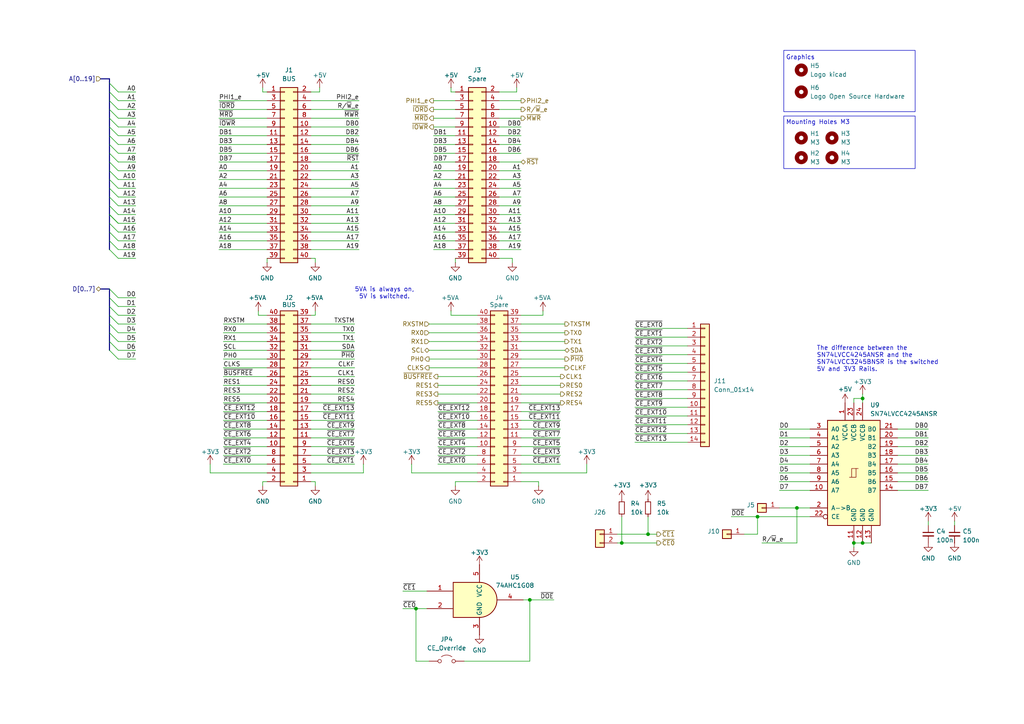
<source format=kicad_sch>
(kicad_sch (version 20231120) (generator "eeschema") (generator_version "8.0")
  (paper "A4")
  (title_block (title "Unicomp v3 - Bus") (date "2024-10-01") (rev "v1.0") (company "100% Offner") (comment 1 "v1.0: Initial"))
  (lib_symbols
    (symbol "+5V_1" (power) (pin_names (offset 0))
      (property "Value" "+5V_1" (at 0 3.556 0))
      (symbol "+5V_1_1_1"
        (pin power_in line (at 0 0 90) (length 0) hide (name "+5V") (number "1"))
      )
    )
    (symbol "74xGxx:74AHC1G08"
      (property "Reference" "U" (at -2.54 3.81 0))
      (property "Value" "74AHC1G08" (at 0 -3.81 0))
      (symbol "74AHC1G08_1_1"
        (pin input line (at -15.24 2.54 0) (length 7.62) (name "~") (number "1"))
        (pin input line (at -15.24 -2.54 0) (length 7.62) (name "~") (number "2"))
        (pin power_in line (at 0 -10.16 90) (length 5.08) (name "GND") (number "3"))
        (pin output line (at 12.7 0 180) (length 7.62) (name "~") (number "4"))
        (pin power_in line (at 0 10.16 270) (length 5.08) (name "VCC") (number "5"))
      )
    )
    (symbol "Connector_Generic:Conn_01x01" (pin_names (offset 1.016) hide)
      (property "Reference" "J" (at 0 2.54 0))
      (property "Value" "Conn_01x01" (at 0 -2.54 0))
      (symbol "Conn_01x01_1_1"
        (pin passive line (at -5.08 0 0) (length 3.81) (name "Pin_1") (number "1"))
      )
    )
    (symbol "Connector_Generic:Conn_01x02" (pin_names (offset 1.016) hide)
      (property "Reference" "J" (at 0 2.54 0))
      (property "Value" "Conn_01x02" (at 0 -5.08 0))
      (symbol "Conn_01x02_1_1"
        (pin passive line (at -5.08 0 0) (length 3.81) (name "Pin_1") (number "1"))
        (pin passive line (at -5.08 -2.54 0) (length 3.81) (name "Pin_2") (number "2"))
      )
    )
    (symbol "Connector_Generic:Conn_01x14" (pin_names (offset 1.016) hide)
      (property "Reference" "J" (at 0 17.78 0))
      (property "Value" "Conn_01x14" (at 0 -20.32 0))
      (symbol "Conn_01x14_1_1"
        (pin passive line (at -5.08 15.24 0) (length 3.81) (name "Pin_1") (number "1"))
        (pin passive line (at -5.08 -7.62 0) (length 3.81) (name "Pin_10") (number "10"))
        (pin passive line (at -5.08 -10.16 0) (length 3.81) (name "Pin_11") (number "11"))
        (pin passive line (at -5.08 -12.7 0) (length 3.81) (name "Pin_12") (number "12"))
        (pin passive line (at -5.08 -15.24 0) (length 3.81) (name "Pin_13") (number "13"))
        (pin passive line (at -5.08 -17.78 0) (length 3.81) (name "Pin_14") (number "14"))
        (pin passive line (at -5.08 12.7 0) (length 3.81) (name "Pin_2") (number "2"))
        (pin passive line (at -5.08 10.16 0) (length 3.81) (name "Pin_3") (number "3"))
        (pin passive line (at -5.08 7.62 0) (length 3.81) (name "Pin_4") (number "4"))
        (pin passive line (at -5.08 5.08 0) (length 3.81) (name "Pin_5") (number "5"))
        (pin passive line (at -5.08 2.54 0) (length 3.81) (name "Pin_6") (number "6"))
        (pin passive line (at -5.08 0 0) (length 3.81) (name "Pin_7") (number "7"))
        (pin passive line (at -5.08 -2.54 0) (length 3.81) (name "Pin_8") (number "8"))
        (pin passive line (at -5.08 -5.08 0) (length 3.81) (name "Pin_9") (number "9"))
      )
    )
    (symbol "Connector_Generic:Conn_02x20_Odd_Even" (pin_names (offset 1.016) hide)
      (property "Reference" "J" (at 1.27 25.4 0))
      (property "Value" "Conn_02x20_Odd_Even" (at 1.27 -27.94 0))
      (symbol "Conn_02x20_Odd_Even_1_1"
        (pin passive line (at -5.08 22.86 0) (length 3.81) (name "Pin_1") (number "1"))
        (pin passive line (at 7.62 12.7 180) (length 3.81) (name "Pin_10") (number "10"))
        (pin passive line (at -5.08 10.16 0) (length 3.81) (name "Pin_11") (number "11"))
        (pin passive line (at 7.62 10.16 180) (length 3.81) (name "Pin_12") (number "12"))
        (pin passive line (at -5.08 7.62 0) (length 3.81) (name "Pin_13") (number "13"))
        (pin passive line (at 7.62 7.62 180) (length 3.81) (name "Pin_14") (number "14"))
        (pin passive line (at -5.08 5.08 0) (length 3.81) (name "Pin_15") (number "15"))
        (pin passive line (at 7.62 5.08 180) (length 3.81) (name "Pin_16") (number "16"))
        (pin passive line (at -5.08 2.54 0) (length 3.81) (name "Pin_17") (number "17"))
        (pin passive line (at 7.62 2.54 180) (length 3.81) (name "Pin_18") (number "18"))
        (pin passive line (at -5.08 0 0) (length 3.81) (name "Pin_19") (number "19"))
        (pin passive line (at 7.62 22.86 180) (length 3.81) (name "Pin_2") (number "2"))
        (pin passive line (at 7.62 0 180) (length 3.81) (name "Pin_20") (number "20"))
        (pin passive line (at -5.08 -2.54 0) (length 3.81) (name "Pin_21") (number "21"))
        (pin passive line (at 7.62 -2.54 180) (length 3.81) (name "Pin_22") (number "22"))
        (pin passive line (at -5.08 -5.08 0) (length 3.81) (name "Pin_23") (number "23"))
        (pin passive line (at 7.62 -5.08 180) (length 3.81) (name "Pin_24") (number "24"))
        (pin passive line (at -5.08 -7.62 0) (length 3.81) (name "Pin_25") (number "25"))
        (pin passive line (at 7.62 -7.62 180) (length 3.81) (name "Pin_26") (number "26"))
        (pin passive line (at -5.08 -10.16 0) (length 3.81) (name "Pin_27") (number "27"))
        (pin passive line (at 7.62 -10.16 180) (length 3.81) (name "Pin_28") (number "28"))
        (pin passive line (at -5.08 -12.7 0) (length 3.81) (name "Pin_29") (number "29"))
        (pin passive line (at -5.08 20.32 0) (length 3.81) (name "Pin_3") (number "3"))
        (pin passive line (at 7.62 -12.7 180) (length 3.81) (name "Pin_30") (number "30"))
        (pin passive line (at -5.08 -15.24 0) (length 3.81) (name "Pin_31") (number "31"))
        (pin passive line (at 7.62 -15.24 180) (length 3.81) (name "Pin_32") (number "32"))
        (pin passive line (at -5.08 -17.78 0) (length 3.81) (name "Pin_33") (number "33"))
        (pin passive line (at 7.62 -17.78 180) (length 3.81) (name "Pin_34") (number "34"))
        (pin passive line (at -5.08 -20.32 0) (length 3.81) (name "Pin_35") (number "35"))
        (pin passive line (at 7.62 -20.32 180) (length 3.81) (name "Pin_36") (number "36"))
        (pin passive line (at -5.08 -22.86 0) (length 3.81) (name "Pin_37") (number "37"))
        (pin passive line (at 7.62 -22.86 180) (length 3.81) (name "Pin_38") (number "38"))
        (pin passive line (at -5.08 -25.4 0) (length 3.81) (name "Pin_39") (number "39"))
        (pin passive line (at 7.62 20.32 180) (length 3.81) (name "Pin_4") (number "4"))
        (pin passive line (at 7.62 -25.4 180) (length 3.81) (name "Pin_40") (number "40"))
        (pin passive line (at -5.08 17.78 0) (length 3.81) (name "Pin_5") (number "5"))
        (pin passive line (at 7.62 17.78 180) (length 3.81) (name "Pin_6") (number "6"))
        (pin passive line (at -5.08 15.24 0) (length 3.81) (name "Pin_7") (number "7"))
        (pin passive line (at 7.62 15.24 180) (length 3.81) (name "Pin_8") (number "8"))
        (pin passive line (at -5.08 12.7 0) (length 3.81) (name "Pin_9") (number "9"))
      )
    )
    (symbol "Device:C_Small" (pin_numbers hide) (pin_names (offset 0.254) hide)
      (property "Reference" "C" (at 0.254 1.778 0))
      (property "Value" "C_Small" (at 0.254 -2.032 0))
      (symbol "C_Small_1_1"
        (pin passive line (at 0 2.54 270) (length 2.032) (name "~") (number "1"))
        (pin passive line (at 0 -2.54 90) (length 2.032) (name "~") (number "2"))
      )
    )
    (symbol "Device:R_Small" (pin_numbers hide) (pin_names (offset 0.254) hide)
      (property "Reference" "R" (at 0.762 0.508 0))
      (property "Value" "R_Small" (at 0.762 -1.016 0))
      (symbol "R_Small_1_1"
        (pin passive line (at 0 2.54 270) (length 0.762) (name "~") (number "1"))
        (pin passive line (at 0 -2.54 90) (length 0.762) (name "~") (number "2"))
      )
    )
    (symbol "Jumper:Jumper_2_Open" (pin_numbers hide) (pin_names (offset 0) hide) (exclude_from_sim yes)
      (property "Reference" "JP" (at 0 2.794 0))
      (property "Value" "Jumper_2_Open" (at 0 -2.286 0))
      (symbol "Jumper_2_Open_1_1"
        (pin passive line (at -5.08 0 0) (length 2.54) (name "A") (number "1"))
        (pin passive line (at 5.08 0 180) (length 2.54) (name "B") (number "2"))
      )
    )
    (symbol "Mechanical:MountingHole" (pin_names (offset 1.016)) (exclude_from_sim yes) (in_bom no)
      (property "Reference" "H" (at 0 5.08 0))
      (property "Value" "MountingHole" (at 0 3.175 0))
    )
    (symbol "my_ics_new:74LVC4245" (pin_names (offset 1.016))
      (property "Reference" "U" (at -7.62 19.05 0))
      (property "Value" "74LVC4245" (at -10.16 16.51 0))
      (symbol "74LVC4245_1_0"
        (pin power_in line (at -2.54 20.32 270) (length 5.08) (name "VCCA") (number "1"))
        (pin tri_state line (at -12.7 -5.08 0) (length 5.08) (name "A7") (number "10"))
        (pin power_in line (at 0 -20.32 90) (length 5.08) (name "GND") (number "11"))
        (pin power_in line (at 2.54 -20.32 90) (length 5.08) (name "GND") (number "12"))
        (pin power_in line (at 5.08 -20.32 90) (length 5.08) (name "GND") (number "13"))
        (pin tri_state line (at 12.7 -5.08 180) (length 5.08) (name "B7") (number "14"))
        (pin tri_state line (at 12.7 -2.54 180) (length 5.08) (name "B6") (number "15"))
        (pin tri_state line (at 12.7 0 180) (length 5.08) (name "B5") (number "16"))
        (pin tri_state line (at 12.7 2.54 180) (length 5.08) (name "B4") (number "17"))
        (pin tri_state line (at 12.7 5.08 180) (length 5.08) (name "B3") (number "18"))
        (pin tri_state line (at 12.7 7.62 180) (length 5.08) (name "B2") (number "19"))
        (pin input line (at -12.7 -10.16 0) (length 5.08) (name "A->B") (number "2"))
        (pin tri_state line (at 12.7 10.16 180) (length 5.08) (name "B1") (number "20"))
        (pin tri_state line (at 12.7 12.7 180) (length 5.08) (name "B0") (number "21"))
        (pin input inverted (at -12.7 -12.7 0) (length 5.08) (name "CE") (number "22"))
        (pin power_in line (at 0 20.32 270) (length 5.08) (name "VCCB") (number "23"))
        (pin power_in line (at 2.54 20.32 270) (length 5.08) (name "VCCB") (number "24"))
        (pin tri_state line (at -12.7 12.7 0) (length 5.08) (name "A0") (number "3"))
        (pin tri_state line (at -12.7 10.16 0) (length 5.08) (name "A1") (number "4"))
        (pin tri_state line (at -12.7 7.62 0) (length 5.08) (name "A2") (number "5"))
        (pin tri_state line (at -12.7 5.08 0) (length 5.08) (name "A3") (number "6"))
        (pin tri_state line (at -12.7 2.54 0) (length 5.08) (name "A4") (number "7"))
        (pin tri_state line (at -12.7 0 0) (length 5.08) (name "A5") (number "8"))
        (pin tri_state line (at -12.7 -2.54 0) (length 5.08) (name "A6") (number "9"))
      )
    )
    (symbol "power:+3V3" (power) (pin_numbers hide) (pin_names (offset 0) hide)
      (property "Value" "+3V3" (at 0 3.556 0))
      (symbol "+3V3_1_1"
        (pin power_in line (at 0 0 90) (length 0) (name "~") (number "1"))
      )
    )
    (symbol "power:+5V" (power) (pin_numbers hide) (pin_names (offset 0) hide)
      (property "Value" "+5V" (at 0 3.556 0))
      (symbol "+5V_1_1"
        (pin power_in line (at 0 0 90) (length 0) (name "~") (number "1"))
      )
    )
    (symbol "power:+5VA" (power) (pin_numbers hide) (pin_names (offset 0) hide)
      (property "Value" "+5VA" (at 0 3.556 0))
      (symbol "+5VA_1_1"
        (pin power_in line (at 0 0 90) (length 0) (name "~") (number "1"))
      )
    )
    (symbol "power:GND" (power) (pin_numbers hide) (pin_names (offset 0) hide)
      (property "Value" "GND" (at 0 -3.81 0))
      (symbol "GND_1_1"
        (pin power_in line (at 0 0 270) (length 0) (name "~") (number "1"))
      )
    )
  )
  (junction (at 231.14 147.32))
  (junction (at 120.65 176.53))
  (junction (at 187.96 154.94))
  (junction (at 250.19 115.57))
  (junction (at 180.34 157.48))
  (junction (at 219.71 149.86))
  (junction (at 247.65 157.48))
  (junction (at 153.67 173.99))
  (junction (at 250.19 157.48))
  (bus_entry (at 31.75 57.15) (size 2.54 2.54))
  (bus_entry (at 31.75 49.53) (size 2.54 2.54))
  (bus_entry (at 31.75 34.29) (size 2.54 2.54))
  (bus_entry (at 31.75 62.23) (size 2.54 2.54))
  (bus_entry (at 31.75 72.39) (size 2.54 2.54))
  (bus_entry (at 31.75 91.44) (size 2.54 2.54))
  (bus_entry (at 31.75 83.82) (size 2.54 2.54))
  (bus_entry (at 31.75 99.06) (size 2.54 2.54))
  (bus_entry (at 31.75 36.83) (size 2.54 2.54))
  (bus_entry (at 31.75 24.13) (size 2.54 2.54))
  (bus_entry (at 31.75 67.31) (size 2.54 2.54))
  (bus_entry (at 31.75 54.61) (size 2.54 2.54))
  (bus_entry (at 31.75 44.45) (size 2.54 2.54))
  (bus_entry (at 31.75 86.36) (size 2.54 2.54))
  (bus_entry (at 31.75 41.91) (size 2.54 2.54))
  (bus_entry (at 31.75 46.99) (size 2.54 2.54))
  (bus_entry (at 31.75 39.37) (size 2.54 2.54))
  (bus_entry (at 31.75 31.75) (size 2.54 2.54))
  (bus_entry (at 31.75 29.21) (size 2.54 2.54))
  (bus_entry (at 31.75 96.52) (size 2.54 2.54))
  (bus_entry (at 31.75 26.67) (size 2.54 2.54))
  (bus_entry (at 31.75 88.9) (size 2.54 2.54))
  (bus_entry (at 31.75 52.07) (size 2.54 2.54))
  (bus_entry (at 31.75 62.23) (size 2.54 2.54))
  (bus_entry (at 31.75 69.85) (size 2.54 2.54))
  (bus_entry (at 31.75 59.69) (size 2.54 2.54))
  (bus_entry (at 31.75 93.98) (size 2.54 2.54))
  (bus_entry (at 31.75 64.77) (size 2.54 2.54))
  (bus_entry (at 31.75 101.6) (size 2.54 2.54))
  (wire (pts (xy 39.37 91.44) (xy 34.29 91.44)))
  (wire (pts (xy 125.73 41.91) (xy 132.08 41.91)))
  (bus (pts (xy 31.75 91.44) (xy 31.75 88.9)))
  (wire (pts (xy 260.35 127) (xy 269.24 127)))
  (bus (pts (xy 31.75 31.75) (xy 31.75 29.21)))
  (wire (pts (xy 91.44 74.93) (xy 90.17 74.93)))
  (wire (pts (xy 184.15 105.41) (xy 199.39 105.41)))
  (wire (pts (xy 151.13 116.84) (xy 162.56 116.84)))
  (wire (pts (xy 125.73 44.45) (xy 132.08 44.45)))
  (wire (pts (xy 63.5 29.21) (xy 77.47 29.21)))
  (wire (pts (xy 144.78 57.15) (xy 151.13 57.15)))
  (wire (pts (xy 91.44 90.17) (xy 91.44 91.44)))
  (wire (pts (xy 156.21 139.7) (xy 151.13 139.7)))
  (wire (pts (xy 39.37 104.14) (xy 34.29 104.14)))
  (wire (pts (xy 90.17 99.06) (xy 102.87 99.06)))
  (wire (pts (xy 170.18 134.62) (xy 170.18 137.16)))
  (wire (pts (xy 125.73 39.37) (xy 132.08 39.37)))
  (wire (pts (xy 63.5 64.77) (xy 77.47 64.77)))
  (wire (pts (xy 130.81 90.17) (xy 130.81 91.44)))
  (wire (pts (xy 64.77 134.62) (xy 77.47 134.62)))
  (wire (pts (xy 144.78 64.77) (xy 151.13 64.77)))
  (wire (pts (xy 260.35 142.24) (xy 269.24 142.24)))
  (wire (pts (xy 144.78 69.85) (xy 151.13 69.85)))
  (wire (pts (xy 190.5 157.48) (xy 180.34 157.48)))
  (wire (pts (xy 64.77 121.92) (xy 77.47 121.92)))
  (wire (pts (xy 151.13 129.54) (xy 162.56 129.54)))
  (wire (pts (xy 260.35 137.16) (xy 269.24 137.16)))
  (wire (pts (xy 127 111.76) (xy 138.43 111.76)))
  (wire (pts (xy 90.17 64.77) (xy 104.14 64.77)))
  (wire (pts (xy 180.34 149.86) (xy 180.34 157.48)))
  (wire (pts (xy 149.86 26.67) (xy 144.78 26.67)))
  (wire (pts (xy 39.37 69.85) (xy 34.29 69.85)))
  (wire (pts (xy 91.44 76.2) (xy 91.44 74.93)))
  (wire (pts (xy 151.13 99.06) (xy 163.83 99.06)))
  (wire (pts (xy 90.17 59.69) (xy 104.14 59.69)))
  (wire (pts (xy 127 127) (xy 138.43 127)))
  (wire (pts (xy 184.15 97.79) (xy 199.39 97.79)))
  (wire (pts (xy 130.81 91.44) (xy 138.43 91.44)))
  (wire (pts (xy 63.5 36.83) (xy 77.47 36.83)))
  (wire (pts (xy 63.5 39.37) (xy 77.47 39.37)))
  (wire (pts (xy 184.15 102.87) (xy 199.39 102.87)))
  (wire (pts (xy 90.17 116.84) (xy 102.87 116.84)))
  (wire (pts (xy 157.48 90.17) (xy 157.48 91.44)))
  (wire (pts (xy 125.73 69.85) (xy 132.08 69.85)))
  (wire (pts (xy 60.96 137.16) (xy 77.47 137.16)))
  (wire (pts (xy 231.14 147.32) (xy 234.95 147.32)))
  (wire (pts (xy 148.59 76.2) (xy 148.59 74.93)))
  (wire (pts (xy 260.35 129.54) (xy 269.24 129.54)))
  (wire (pts (xy 151.13 127) (xy 162.56 127)))
  (bus (pts (xy 31.75 99.06) (xy 31.75 96.52)))
  (wire (pts (xy 247.65 115.57) (xy 250.19 115.57)))
  (bus (pts (xy 31.75 88.9) (xy 31.75 86.36)))
  (wire (pts (xy 125.73 46.99) (xy 132.08 46.99)))
  (wire (pts (xy 76.2 25.4) (xy 76.2 26.67)))
  (wire (pts (xy 125.73 31.75) (xy 132.08 31.75)))
  (wire (pts (xy 134.62 191.77) (xy 153.67 191.77)))
  (wire (pts (xy 39.37 36.83) (xy 34.29 36.83)))
  (wire (pts (xy 39.37 57.15) (xy 34.29 57.15)))
  (wire (pts (xy 74.93 91.44) (xy 77.47 91.44)))
  (wire (pts (xy 226.06 137.16) (xy 234.95 137.16)))
  (bus (pts (xy 31.75 64.77) (xy 31.75 62.23)))
  (wire (pts (xy 39.37 62.23) (xy 34.29 62.23)))
  (wire (pts (xy 64.77 99.06) (xy 77.47 99.06)))
  (wire (pts (xy 149.86 25.4) (xy 149.86 26.67)))
  (wire (pts (xy 125.73 57.15) (xy 132.08 57.15)))
  (wire (pts (xy 39.37 52.07) (xy 34.29 52.07)))
  (wire (pts (xy 226.06 142.24) (xy 234.95 142.24)))
  (wire (pts (xy 90.17 36.83) (xy 104.14 36.83)))
  (wire (pts (xy 120.65 176.53) (xy 116.84 176.53)))
  (wire (pts (xy 219.71 154.94) (xy 219.71 149.86)))
  (wire (pts (xy 39.37 49.53) (xy 34.29 49.53)))
  (bus (pts (xy 31.75 44.45) (xy 31.75 41.91)))
  (wire (pts (xy 92.71 25.4) (xy 92.71 26.67)))
  (wire (pts (xy 90.17 31.75) (xy 104.14 31.75)))
  (wire (pts (xy 64.77 124.46) (xy 77.47 124.46)))
  (wire (pts (xy 276.86 151.13) (xy 276.86 152.4)))
  (bus (pts (xy 31.75 86.36) (xy 31.75 83.82)))
  (wire (pts (xy 64.77 106.68) (xy 77.47 106.68)))
  (wire (pts (xy 39.37 88.9) (xy 34.29 88.9)))
  (wire (pts (xy 64.77 101.6) (xy 77.47 101.6)))
  (wire (pts (xy 64.77 114.3) (xy 77.47 114.3)))
  (wire (pts (xy 226.06 129.54) (xy 234.95 129.54)))
  (bus (pts (xy 31.75 69.85) (xy 31.75 67.31)))
  (wire (pts (xy 39.37 46.99) (xy 34.29 46.99)))
  (wire (pts (xy 226.06 134.62) (xy 234.95 134.62)))
  (wire (pts (xy 125.73 59.69) (xy 132.08 59.69)))
  (wire (pts (xy 39.37 96.52) (xy 34.29 96.52)))
  (wire (pts (xy 64.77 129.54) (xy 77.47 129.54)))
  (wire (pts (xy 39.37 39.37) (xy 34.29 39.37)))
  (wire (pts (xy 125.73 36.83) (xy 132.08 36.83)))
  (wire (pts (xy 125.73 52.07) (xy 132.08 52.07)))
  (wire (pts (xy 39.37 34.29) (xy 34.29 34.29)))
  (wire (pts (xy 63.5 31.75) (xy 77.47 31.75)))
  (wire (pts (xy 127 116.84) (xy 138.43 116.84)))
  (wire (pts (xy 151.13 124.46) (xy 162.56 124.46)))
  (wire (pts (xy 184.15 123.19) (xy 199.39 123.19)))
  (wire (pts (xy 269.24 151.13) (xy 269.24 152.4)))
  (wire (pts (xy 130.81 26.67) (xy 132.08 26.67)))
  (wire (pts (xy 231.14 157.48) (xy 231.14 147.32)))
  (wire (pts (xy 151.13 101.6) (xy 163.83 101.6)))
  (wire (pts (xy 184.15 107.95) (xy 199.39 107.95)))
  (bus (pts (xy 31.75 39.37) (xy 31.75 36.83)))
  (wire (pts (xy 63.5 52.07) (xy 77.47 52.07)))
  (wire (pts (xy 90.17 134.62) (xy 102.87 134.62)))
  (bus (pts (xy 31.75 93.98) (xy 31.75 91.44)))
  (wire (pts (xy 39.37 44.45) (xy 34.29 44.45)))
  (wire (pts (xy 157.48 91.44) (xy 151.13 91.44)))
  (wire (pts (xy 127 114.3) (xy 138.43 114.3)))
  (wire (pts (xy 124.46 106.68) (xy 138.43 106.68)))
  (wire (pts (xy 77.47 76.2) (xy 77.47 74.93)))
  (wire (pts (xy 63.5 72.39) (xy 77.47 72.39)))
  (wire (pts (xy 151.13 109.22) (xy 162.56 109.22)))
  (wire (pts (xy 90.17 69.85) (xy 104.14 69.85)))
  (wire (pts (xy 184.15 100.33) (xy 199.39 100.33)))
  (wire (pts (xy 63.5 62.23) (xy 77.47 62.23)))
  (wire (pts (xy 226.06 127) (xy 234.95 127)))
  (wire (pts (xy 127 119.38) (xy 138.43 119.38)))
  (wire (pts (xy 63.5 59.69) (xy 77.47 59.69)))
  (wire (pts (xy 179.07 154.94) (xy 187.96 154.94)))
  (wire (pts (xy 250.19 114.3) (xy 250.19 115.57)))
  (wire (pts (xy 90.17 57.15) (xy 104.14 57.15)))
  (wire (pts (xy 91.44 91.44) (xy 90.17 91.44)))
  (wire (pts (xy 215.9 154.94) (xy 219.71 154.94)))
  (wire (pts (xy 125.73 62.23) (xy 132.08 62.23)))
  (bus (pts (xy 31.75 52.07) (xy 31.75 49.53)))
  (bus (pts (xy 31.75 54.61) (xy 31.75 52.07)))
  (wire (pts (xy 39.37 64.77) (xy 34.29 64.77)))
  (wire (pts (xy 184.15 95.25) (xy 199.39 95.25)))
  (wire (pts (xy 144.78 62.23) (xy 151.13 62.23)))
  (wire (pts (xy 125.73 34.29) (xy 132.08 34.29)))
  (bus (pts (xy 31.75 72.39) (xy 31.75 69.85)))
  (wire (pts (xy 144.78 67.31) (xy 151.13 67.31)))
  (wire (pts (xy 151.765 173.99) (xy 153.67 173.99)))
  (wire (pts (xy 151.13 132.08) (xy 162.56 132.08)))
  (wire (pts (xy 119.38 137.16) (xy 138.43 137.16)))
  (wire (pts (xy 151.13 96.52) (xy 163.83 96.52)))
  (wire (pts (xy 63.5 54.61) (xy 77.47 54.61)))
  (bus (pts (xy 31.75 49.53) (xy 31.75 46.99)))
  (wire (pts (xy 76.2 140.97) (xy 76.2 139.7)))
  (wire (pts (xy 156.21 140.97) (xy 156.21 139.7)))
  (wire (pts (xy 39.37 99.06) (xy 34.29 99.06)))
  (wire (pts (xy 91.44 140.97) (xy 91.44 139.7)))
  (bus (pts (xy 31.75 29.21) (xy 31.75 26.67)))
  (wire (pts (xy 125.73 67.31) (xy 132.08 67.31)))
  (wire (pts (xy 144.78 49.53) (xy 151.13 49.53)))
  (wire (pts (xy 120.65 191.77) (xy 120.65 176.53)))
  (wire (pts (xy 39.37 86.36) (xy 34.29 86.36)))
  (bus (pts (xy 31.75 83.82) (xy 29.21 83.82)))
  (wire (pts (xy 127 121.92) (xy 138.43 121.92)))
  (wire (pts (xy 127 129.54) (xy 138.43 129.54)))
  (wire (pts (xy 63.5 34.29) (xy 77.47 34.29)))
  (wire (pts (xy 144.78 34.29) (xy 151.13 34.29)))
  (wire (pts (xy 184.15 118.11) (xy 199.39 118.11)))
  (wire (pts (xy 63.5 46.99) (xy 77.47 46.99)))
  (wire (pts (xy 90.17 106.68) (xy 102.87 106.68)))
  (wire (pts (xy 144.78 29.21) (xy 151.13 29.21)))
  (wire (pts (xy 76.2 26.67) (xy 77.47 26.67)))
  (wire (pts (xy 90.17 114.3) (xy 102.87 114.3)))
  (wire (pts (xy 184.15 125.73) (xy 199.39 125.73)))
  (wire (pts (xy 132.08 76.2) (xy 132.08 74.93)))
  (wire (pts (xy 153.67 191.77) (xy 153.67 173.99)))
  (wire (pts (xy 125.73 72.39) (xy 132.08 72.39)))
  (wire (pts (xy 74.93 90.17) (xy 74.93 91.44)))
  (wire (pts (xy 64.77 109.22) (xy 77.47 109.22)))
  (wire (pts (xy 39.37 74.93) (xy 34.29 74.93)))
  (wire (pts (xy 260.35 139.7) (xy 269.24 139.7)))
  (wire (pts (xy 90.17 104.14) (xy 102.87 104.14)))
  (wire (pts (xy 184.15 128.27) (xy 199.39 128.27)))
  (wire (pts (xy 180.34 157.48) (xy 179.07 157.48)))
  (wire (pts (xy 90.17 44.45) (xy 104.14 44.45)))
  (wire (pts (xy 64.77 111.76) (xy 77.47 111.76)))
  (wire (pts (xy 144.78 54.61) (xy 151.13 54.61)))
  (wire (pts (xy 247.65 157.48) (xy 250.19 157.48)))
  (wire (pts (xy 153.67 173.99) (xy 160.655 173.99)))
  (wire (pts (xy 220.98 157.48) (xy 231.14 157.48)))
  (wire (pts (xy 124.46 101.6) (xy 138.43 101.6)))
  (bus (pts (xy 31.75 57.15) (xy 31.75 54.61)))
  (wire (pts (xy 151.13 93.98) (xy 163.83 93.98)))
  (wire (pts (xy 63.5 69.85) (xy 77.47 69.85)))
  (wire (pts (xy 64.77 93.98) (xy 77.47 93.98)))
  (wire (pts (xy 250.19 115.57) (xy 250.19 116.84)))
  (wire (pts (xy 39.37 31.75) (xy 34.29 31.75)))
  (wire (pts (xy 90.17 62.23) (xy 104.14 62.23)))
  (wire (pts (xy 124.46 96.52) (xy 138.43 96.52)))
  (wire (pts (xy 127 124.46) (xy 138.43 124.46)))
  (wire (pts (xy 90.17 49.53) (xy 104.14 49.53)))
  (bus (pts (xy 31.75 46.99) (xy 31.75 44.45)))
  (wire (pts (xy 64.77 96.52) (xy 77.47 96.52)))
  (wire (pts (xy 124.46 104.14) (xy 138.43 104.14)))
  (wire (pts (xy 90.17 127) (xy 102.87 127)))
  (wire (pts (xy 92.71 26.67) (xy 90.17 26.67)))
  (wire (pts (xy 76.2 139.7) (xy 77.47 139.7)))
  (wire (pts (xy 124.46 99.06) (xy 138.43 99.06)))
  (wire (pts (xy 247.65 158.75) (xy 247.65 157.48)))
  (wire (pts (xy 144.78 44.45) (xy 151.13 44.45)))
  (wire (pts (xy 260.35 134.62) (xy 269.24 134.62)))
  (wire (pts (xy 144.78 59.69) (xy 151.13 59.69)))
  (wire (pts (xy 125.73 54.61) (xy 132.08 54.61)))
  (wire (pts (xy 260.35 124.46) (xy 269.24 124.46)))
  (wire (pts (xy 63.5 67.31) (xy 77.47 67.31)))
  (wire (pts (xy 184.15 113.03) (xy 199.39 113.03)))
  (wire (pts (xy 127 132.08) (xy 138.43 132.08)))
  (wire (pts (xy 90.17 119.38) (xy 102.87 119.38)))
  (wire (pts (xy 63.5 41.91) (xy 77.47 41.91)))
  (wire (pts (xy 187.96 154.94) (xy 190.5 154.94)))
  (wire (pts (xy 39.37 59.69) (xy 34.29 59.69)))
  (wire (pts (xy 63.5 44.45) (xy 77.47 44.45)))
  (wire (pts (xy 60.96 134.62) (xy 60.96 137.16)))
  (wire (pts (xy 151.13 119.38) (xy 162.56 119.38)))
  (wire (pts (xy 64.77 116.84) (xy 77.47 116.84)))
  (wire (pts (xy 90.17 129.54) (xy 102.87 129.54)))
  (wire (pts (xy 127 134.62) (xy 138.43 134.62)))
  (wire (pts (xy 123.825 176.53) (xy 120.65 176.53)))
  (wire (pts (xy 39.37 93.98) (xy 34.29 93.98)))
  (wire (pts (xy 64.77 127) (xy 77.47 127)))
  (wire (pts (xy 226.06 147.32) (xy 231.14 147.32)))
  (wire (pts (xy 39.37 101.6) (xy 34.29 101.6)))
  (wire (pts (xy 64.77 119.38) (xy 77.47 119.38)))
  (wire (pts (xy 144.78 31.75) (xy 151.13 31.75)))
  (bus (pts (xy 31.75 36.83) (xy 31.75 34.29)))
  (wire (pts (xy 151.13 111.76) (xy 162.56 111.76)))
  (wire (pts (xy 90.17 41.91) (xy 104.14 41.91)))
  (wire (pts (xy 151.13 137.16) (xy 170.18 137.16)))
  (wire (pts (xy 63.5 57.15) (xy 77.47 57.15)))
  (wire (pts (xy 148.59 74.93) (xy 144.78 74.93)))
  (wire (pts (xy 90.17 39.37) (xy 104.14 39.37)))
  (wire (pts (xy 119.38 134.62) (xy 119.38 137.16)))
  (wire (pts (xy 260.35 132.08) (xy 269.24 132.08)))
  (wire (pts (xy 90.17 34.29) (xy 104.14 34.29)))
  (wire (pts (xy 39.37 41.91) (xy 34.29 41.91)))
  (wire (pts (xy 132.08 139.7) (xy 138.43 139.7)))
  (wire (pts (xy 125.73 64.77) (xy 132.08 64.77)))
  (wire (pts (xy 39.37 29.21) (xy 34.29 29.21)))
  (wire (pts (xy 90.17 93.98) (xy 102.87 93.98)))
  (wire (pts (xy 226.06 132.08) (xy 234.95 132.08)))
  (wire (pts (xy 123.825 171.45) (xy 116.84 171.45)))
  (wire (pts (xy 144.78 41.91) (xy 151.13 41.91)))
  (wire (pts (xy 144.78 46.99) (xy 151.13 46.99)))
  (wire (pts (xy 250.19 157.48) (xy 252.73 157.48)))
  (bus (pts (xy 31.75 59.69) (xy 31.75 57.15)))
  (wire (pts (xy 90.17 101.6) (xy 102.87 101.6)))
  (wire (pts (xy 90.17 124.46) (xy 102.87 124.46)))
  (bus (pts (xy 31.75 41.91) (xy 31.75 39.37)))
  (wire (pts (xy 90.17 109.22) (xy 102.87 109.22)))
  (wire (pts (xy 151.13 104.14) (xy 163.83 104.14)))
  (wire (pts (xy 125.73 29.21) (xy 132.08 29.21)))
  (wire (pts (xy 184.15 110.49) (xy 199.39 110.49)))
  (bus (pts (xy 31.75 26.67) (xy 31.75 24.13)))
  (wire (pts (xy 184.15 120.65) (xy 199.39 120.65)))
  (wire (pts (xy 64.77 132.08) (xy 77.47 132.08)))
  (wire (pts (xy 226.06 124.46) (xy 234.95 124.46)))
  (bus (pts (xy 31.75 62.23) (xy 31.75 59.69)))
  (wire (pts (xy 39.37 72.39) (xy 34.29 72.39)))
  (wire (pts (xy 90.17 111.76) (xy 102.87 111.76)))
  (wire (pts (xy 39.37 67.31) (xy 34.29 67.31)))
  (bus (pts (xy 31.75 24.13) (xy 31.75 22.86)))
  (wire (pts (xy 130.81 25.4) (xy 130.81 26.67)))
  (wire (pts (xy 90.17 121.92) (xy 102.87 121.92)))
  (wire (pts (xy 90.17 137.16) (xy 105.41 137.16)))
  (bus (pts (xy 31.75 96.52) (xy 31.75 93.98)))
  (wire (pts (xy 90.17 67.31) (xy 104.14 67.31)))
  (wire (pts (xy 63.5 49.53) (xy 77.47 49.53)))
  (wire (pts (xy 90.17 29.21) (xy 104.14 29.21)))
  (wire (pts (xy 219.71 149.86) (xy 234.95 149.86)))
  (wire (pts (xy 226.06 139.7) (xy 234.95 139.7)))
  (wire (pts (xy 90.17 52.07) (xy 104.14 52.07)))
  (wire (pts (xy 90.17 54.61) (xy 104.14 54.61)))
  (wire (pts (xy 125.73 49.53) (xy 132.08 49.53)))
  (wire (pts (xy 39.37 26.67) (xy 34.29 26.67)))
  (wire (pts (xy 144.78 72.39) (xy 151.13 72.39)))
  (bus (pts (xy 31.75 101.6) (xy 31.75 99.06)))
  (wire (pts (xy 90.17 72.39) (xy 104.14 72.39)))
  (wire (pts (xy 151.13 121.92) (xy 162.56 121.92)))
  (wire (pts (xy 151.13 134.62) (xy 162.56 134.62)))
  (wire (pts (xy 151.13 114.3) (xy 162.56 114.3)))
  (wire (pts (xy 212.09 149.86) (xy 219.71 149.86)))
  (bus (pts (xy 31.75 67.31) (xy 31.75 64.77)))
  (wire (pts (xy 124.46 191.77) (xy 120.65 191.77)))
  (wire (pts (xy 144.78 39.37) (xy 151.13 39.37)))
  (wire (pts (xy 187.96 149.86) (xy 187.96 154.94)))
  (wire (pts (xy 144.78 52.07) (xy 151.13 52.07)))
  (wire (pts (xy 90.17 132.08) (xy 102.87 132.08)))
  (wire (pts (xy 127 109.22) (xy 138.43 109.22)))
  (wire (pts (xy 105.41 134.62) (xy 105.41 137.16)))
  (wire (pts (xy 91.44 139.7) (xy 90.17 139.7)))
  (wire (pts (xy 184.15 115.57) (xy 199.39 115.57)))
  (wire (pts (xy 151.13 106.68) (xy 163.83 106.68)))
  (wire (pts (xy 90.17 46.99) (xy 104.14 46.99)))
  (bus (pts (xy 31.75 22.86) (xy 29.21 22.86)))
  (wire (pts (xy 144.78 36.83) (xy 151.13 36.83)))
  (wire (pts (xy 132.08 140.97) (xy 132.08 139.7)))
  (wire (pts (xy 247.65 116.84) (xy 247.65 115.57)))
  (wire (pts (xy 90.17 96.52) (xy 102.87 96.52)))
  (wire (pts (xy 39.37 54.61) (xy 34.29 54.61)))
  (wire (pts (xy 124.46 93.98) (xy 138.43 93.98)))
  (bus (pts (xy 31.75 34.29) (xy 31.75 31.75)))
  (wire (pts (xy 64.77 104.14) (xy 77.47 104.14)))
  (rectangle (start 227.33 33.655) (end 265.43 48.895))
  (rectangle (start 227.33 14.605) (end 265.43 32.385))
  (text "Graphics" (at 232.156 16.764 0) (effects (font (size 1.27 1.27))))
  (text "5VA is always on,\n5V is switched." (at 111.506 85.09 0) (effects (font (size 1.27 1.27))))
  (text "Mounting Holes M3" (at 237.236 35.56 0) (effects (font (size 1.27 1.27))))
  (text "The difference between the \nSN74LVCC4245ANSR and the\nSN74LVCC3245BNSR is the switched\n5V and 3V3 Rails." (at 236.855 107.95 0) (effects (font (size 1.27 1.27)) (justify left bottom)))
  (label "DB7" (at 63.5 46.99 0))
  (label "~{CE_EXT8}" (at 64.77 124.46 0))
  (label "~{CE_EXT1}" (at 102.87 134.62 180))
  (label "~{CE_EXT7}" (at 184.15 113.03 0))
  (label "A19" (at 151.13 72.39 180))
  (label "~{CE_EXT13}" (at 184.15 128.27 0))
  (label "~{CE_EXT6}" (at 64.77 127 0))
  (label "A15" (at 151.13 67.31 180))
  (label "A0" (at 39.37 26.67 180))
  (label "RX1" (at 64.77 99.06 0))
  (label "A17" (at 39.37 69.85 180))
  (label "A17" (at 104.14 69.85 180))
  (label "A0" (at 63.5 49.53 0))
  (label "~{CE_EXT5}" (at 162.56 129.54 180))
  (label "DB7" (at 269.24 142.24 180))
  (label "~{CE_EXT1}" (at 162.56 134.62 180))
  (label "D5" (at 226.06 137.16 0))
  (label "A6" (at 63.5 57.15 0))
  (label "DB3" (at 269.24 132.08 180))
  (label "D6" (at 226.06 139.7 0))
  (label "A18" (at 63.5 72.39 0))
  (label "~{CE0}" (at 116.84 176.53 0))
  (label "A7" (at 151.13 57.15 180))
  (label "A17" (at 151.13 69.85 180))
  (label "DB7" (at 125.73 46.99 0))
  (label "RES5" (at 64.77 116.84 0))
  (label "~{CE_EXT8}" (at 127 124.46 0))
  (label "A11" (at 151.13 62.23 180))
  (label "DB6" (at 151.13 44.45 180))
  (label "~{CE_EXT13}" (at 102.87 119.38 180))
  (label "D2" (at 39.37 91.44 180))
  (label "D2" (at 226.06 129.54 0))
  (label "D7" (at 39.37 104.14 180))
  (label "A13" (at 104.14 64.77 180))
  (label "A0" (at 125.73 49.53 0))
  (label "A16" (at 63.5 69.85 0))
  (label "A5" (at 39.37 39.37 180))
  (label "A15" (at 39.37 64.77 180))
  (label "A9" (at 39.37 49.53 180))
  (label "~{CE_EXT4}" (at 64.77 129.54 0))
  (label "DB2" (at 269.24 129.54 180))
  (label "A4" (at 125.73 54.61 0))
  (label "~{CE_EXT11}" (at 184.15 123.19 0))
  (label "~{CE_EXT13}" (at 162.56 119.38 180))
  (label "A5" (at 104.14 54.61 180))
  (label "A12" (at 63.5 64.77 0))
  (label "DB2" (at 104.14 39.37 180))
  (label "A8" (at 63.5 59.69 0))
  (label "CLK1" (at 102.87 109.22 180))
  (label "~{DOE}" (at 212.09 149.86 0))
  (label "~{CE_EXT5}" (at 102.87 129.54 180))
  (label "~{DOE}" (at 160.655 173.99 180))
  (label "SDA" (at 102.87 101.6 180))
  (label "D5" (at 39.37 99.06 180))
  (label "A11" (at 39.37 54.61 180))
  (label "CLKF" (at 102.87 106.68 180))
  (label "A2" (at 63.5 52.07 0))
  (label "~{CE_EXT3}" (at 184.15 102.87 0))
  (label "~{CE_EXT6}" (at 127 127 0))
  (label "~{CE_EXT6}" (at 184.15 110.49 0))
  (label "A5" (at 151.13 54.61 180))
  (label "DB5" (at 269.24 137.16 180))
  (label "A11" (at 104.14 62.23 180))
  (label "~{CE_EXT0}" (at 127 134.62 0))
  (label "A7" (at 104.14 57.15 180))
  (label "A10" (at 39.37 52.07 180))
  (label "D7" (at 226.06 142.24 0))
  (label "A16" (at 125.73 69.85 0))
  (label "D3" (at 226.06 132.08 0))
  (label "D1" (at 226.06 127 0))
  (label "A9" (at 151.13 59.69 180))
  (label "~{CE_EXT12}" (at 127 119.38 0))
  (label "~{CE_EXT0}" (at 64.77 134.62 0))
  (label "~{IORD}" (at 63.5 31.75 0))
  (label "A3" (at 151.13 52.07 180))
  (label "D0" (at 226.06 124.46 0))
  (label "A2" (at 125.73 52.07 0))
  (label "~{CE_EXT7}" (at 102.87 127 180))
  (label "DB0" (at 269.24 124.46 180))
  (label "RES4" (at 102.87 116.84 180))
  (label "~{CE_EXT0}" (at 184.15 95.25 0))
  (label "D0" (at 39.37 86.36 180))
  (label "~{CE_EXT3}" (at 102.87 132.08 180))
  (label "A7" (at 39.37 44.45 180))
  (label "~{CE_EXT9}" (at 184.15 118.11 0))
  (label "A15" (at 104.14 67.31 180))
  (label "PH0" (at 64.77 104.14 0))
  (label "TX0" (at 102.87 96.52 180))
  (label "D4" (at 226.06 134.62 0))
  (label "~{CE_EXT8}" (at 184.15 115.57 0))
  (label "~{MWR}" (at 104.14 34.29 180))
  (label "A19" (at 104.14 72.39 180))
  (label "DB3" (at 63.5 41.91 0))
  (label "DB4" (at 269.24 134.62 180))
  (label "RES1" (at 64.77 111.76 0))
  (label "DB4" (at 151.13 41.91 180))
  (label "DB1" (at 269.24 127 180))
  (label "R{slash}~{W}_e" (at 220.98 157.48 0))
  (label "A3" (at 39.37 34.29 180))
  (label "DB6" (at 269.24 139.7 180))
  (label "DB0" (at 151.13 36.83 180))
  (label "A14" (at 63.5 67.31 0))
  (label "A10" (at 125.73 62.23 0))
  (label "~{RST}" (at 104.14 46.99 180))
  (label "DB1" (at 125.73 39.37 0))
  (label "~{CE1}" (at 116.84 171.45 0))
  (label "DB4" (at 104.14 41.91 180))
  (label "A12" (at 39.37 57.15 180))
  (label "~{CE_EXT2}" (at 127 132.08 0))
  (label "D1" (at 39.37 88.9 180))
  (label "~{CE_EXT5}" (at 184.15 107.95 0))
  (label "~{BUSFREE}" (at 64.77 109.22 0))
  (label "DB5" (at 125.73 44.45 0))
  (label "A8" (at 125.73 59.69 0))
  (label "D3" (at 39.37 93.98 180))
  (label "~{IOWR}" (at 63.5 36.83 0))
  (label "A4" (at 39.37 36.83 180))
  (label "~{CE_EXT9}" (at 162.56 124.46 180))
  (label "A10" (at 63.5 62.23 0))
  (label "A14" (at 39.37 62.23 180))
  (label "~{CE_EXT10}" (at 127 121.92 0))
  (label "DB6" (at 104.14 44.45 180))
  (label "~{CE_EXT10}" (at 184.15 120.65 0))
  (label "A2" (at 39.37 31.75 180))
  (label "DB5" (at 63.5 44.45 0))
  (label "R{slash}~{W}_e" (at 104.14 31.75 180))
  (label "DB2" (at 151.13 39.37 180))
  (label "CLKS" (at 64.77 106.68 0))
  (label "PHI2_e" (at 104.14 29.21 180))
  (label "DB1" (at 63.5 39.37 0))
  (label "A6" (at 125.73 57.15 0))
  (label "A13" (at 39.37 59.69 180))
  (label "A14" (at 125.73 67.31 0))
  (label "RES2" (at 102.87 114.3 180))
  (label "A18" (at 39.37 72.39 180))
  (label "A13" (at 151.13 64.77 180))
  (label "~{CE_EXT7}" (at 162.56 127 180))
  (label "~{CE_EXT2}" (at 184.15 100.33 0))
  (label "~{CE_EXT10}" (at 64.77 121.92 0))
  (label "~{CE_EXT11}" (at 162.56 121.92 180))
  (label "A1" (at 104.14 49.53 180))
  (label "~{CE_EXT11}" (at 102.87 121.92 180))
  (label "TXSTM" (at 102.87 93.98 180))
  (label "A12" (at 125.73 64.77 0))
  (label "~{CE_EXT2}" (at 64.77 132.08 0))
  (label "A3" (at 104.14 52.07 180))
  (label "~{CE_EXT12}" (at 64.77 119.38 0))
  (label "~{CE_EXT1}" (at 184.15 97.79 0))
  (label "A4" (at 63.5 54.61 0))
  (label "DB3" (at 125.73 41.91 0))
  (label "~{CE_EXT3}" (at 162.56 132.08 180))
  (label "D6" (at 39.37 101.6 180))
  (label "D4" (at 39.37 96.52 180))
  (label "TX1" (at 102.87 99.06 180))
  (label "~{CE_EXT12}" (at 184.15 125.73 0))
  (label "SCL" (at 64.77 101.6 0))
  (label "A9" (at 104.14 59.69 180))
  (label "A6" (at 39.37 41.91 180))
  (label "A18" (at 125.73 72.39 0))
  (label "RXSTM" (at 64.77 93.98 0))
  (label "~{PH0}" (at 102.87 104.14 180))
  (label "DB0" (at 104.14 36.83 180))
  (label "RX0" (at 64.77 96.52 0))
  (label "~{MRD}" (at 63.5 34.29 0))
  (label "RES3" (at 64.77 114.3 0))
  (label "A19" (at 39.37 74.93 180))
  (label "PHI1_e" (at 63.5 29.21 0))
  (label "RES0" (at 102.87 111.76 180))
  (label "~{CE_EXT4}" (at 184.15 105.41 0))
  (label "A16" (at 39.37 67.31 180))
  (label "A8" (at 39.37 46.99 180))
  (label "A1" (at 39.37 29.21 180))
  (label "~{CE_EXT4}" (at 127 129.54 0))
  (label "A1" (at 151.13 49.53 180))
  (label "~{CE_EXT9}" (at 102.87 124.46 180))
  (hierarchical_label "RES1" (shape output) (at 127 111.76 180))
  (hierarchical_label "RES5" (shape output) (at 127 116.84 180))
  (hierarchical_label "CLKF" (shape output) (at 163.83 106.68 0))
  (hierarchical_label "D[0..7]" (shape bidirectional) (at 29.21 83.82 180))
  (hierarchical_label "~{IOWR}" (shape output) (at 125.73 36.83 180))
  (hierarchical_label "~{CE0}" (shape output) (at 190.5 157.48 0))
  (hierarchical_label "A[0..19]" (shape input) (at 29.21 22.86 180))
  (hierarchical_label "CLK1" (shape output) (at 162.56 109.22 0))
  (hierarchical_label "RX1" (shape input) (at 124.46 99.06 180))
  (hierarchical_label "~{RST}" (shape tri_state) (at 151.13 46.99 0))
  (hierarchical_label "TX0" (shape output) (at 163.83 96.52 0))
  (hierarchical_label "RES0" (shape output) (at 162.56 111.76 0))
  (hierarchical_label "SCL" (shape bidirectional) (at 124.46 101.6 180))
  (hierarchical_label "PHI1_e" (shape output) (at 125.73 29.21 180))
  (hierarchical_label "PH0" (shape output) (at 124.46 104.14 180))
  (hierarchical_label "~{IORD}" (shape output) (at 125.73 31.75 180))
  (hierarchical_label "SDA" (shape bidirectional) (at 163.83 101.6 0))
  (hierarchical_label "~{MRD}" (shape output) (at 125.73 34.29 180))
  (hierarchical_label "~{PH0}" (shape output) (at 163.83 104.14 0))
  (hierarchical_label "RES2" (shape output) (at 162.56 114.3 0))
  (hierarchical_label "~{MWR}" (shape output) (at 151.13 34.29 0))
  (hierarchical_label "CLKS" (shape output) (at 124.46 106.68 180))
  (hierarchical_label "TXSTM" (shape output) (at 163.83 93.98 0))
  (hierarchical_label "~{BUSFREE}" (shape output) (at 127 109.22 180))
  (hierarchical_label "RES4" (shape output) (at 162.56 116.84 0))
  (hierarchical_label "R{slash}~{W}_e" (shape output) (at 151.13 31.75 0))
  (hierarchical_label "RES3" (shape output) (at 127 114.3 180))
  (hierarchical_label "TX1" (shape output) (at 163.83 99.06 0))
  (hierarchical_label "RXSTM" (shape input) (at 124.46 93.98 180))
  (hierarchical_label "RX0" (shape input) (at 124.46 96.52 180))
  (hierarchical_label "~{CE1}" (shape output) (at 190.5 154.94 0))
  (hierarchical_label "PHI2_e" (shape output) (at 151.13 29.21 0))
  (symbol (lib_id "power:+3V3") (at 180.34 144.78 0) (unit 1)
    (property "Reference" "#PWR031" (effects (hide yes)))
    (property "Value" "+3V3" (at 180.34 140.716 0))
    (property "Description" "Power symbol creates a global label with name \"+3V3\"" (effects (hide yes)))
  )
  (symbol (lib_id "power:GND") (at 269.24 157.48 0) (unit 1)
    (property "Reference" "#PWR07" (effects (hide yes)))
    (property "Value" "GND" (at 269.24 161.9234 0))
  )
  (symbol (lib_id "power:+5V") (at 276.86 151.13 0) (unit 1)
    (property "Reference" "#PWR010" (effects (hide yes)))
    (property "Value" "+5V" (at 276.86 147.5542 0))
    (property "Description" "Power symbol creates a global label with name \"+5V\"" (effects (hide yes)))
  )
  (symbol (lib_id "Mechanical:MountingHole") (at 232.41 40.005 0) (unit 1)
    (property "Reference" "H1" (at 234.95 38.7349 0) (effects (justify left)))
    (property "Value" "M3" (at 234.95 41.2749 0) (effects (justify left)))
    (property "Footprint" "MountingHole:MountingHole_3.2mm_M3" (effects (hide yes)))
    (property "Description" "Mounting Hole without connection" (effects (hide yes)))
  )
  (symbol (lib_id "Mechanical:MountingHole") (at 241.3 40.005 0) (unit 1)
    (property "Reference" "H3" (at 243.84 38.7349 0) (effects (justify left)))
    (property "Value" "M3" (at 243.84 41.2749 0) (effects (justify left)))
    (property "Footprint" "MountingHole:MountingHole_3.2mm_M3" (effects (hide yes)))
    (property "Description" "Mounting Hole without connection" (effects (hide yes)))
  )
  (symbol (lib_id "Connector_Generic:Conn_02x20_Odd_Even") (at 146.05 116.84 180) (unit 1)
    (property "Reference" "J4" (at 144.78 86.344 0))
    (property "Value" "Spare" (at 144.78 88.392 0))
    (property "Footprint" "Connector_PinSocket_2.54mm:PinSocket_2x20_P2.54mm_Vertical" (effects (hide yes)))
    (property "Description" "Generic connector, double row, 02x20, odd/even pin numbering scheme (row 1 odd numbers, row 2 even numbers), script generated (kicad-library-utils/schlib/autogen/connector/)" (effects (hide yes)))
  )
  (symbol (lib_id "power:+5VA") (at 130.81 90.17 0) (unit 1)
    (property "Reference" "#PWR097" (effects (hide yes)))
    (property "Value" "+5VA" (at 130.556 86.36 0))
    (property "Description" "Power symbol creates a global label with name \"+5VA\"" (effects (hide yes)))
  )
  (symbol (lib_id "power:GND") (at 276.86 157.48 0) (unit 1)
    (property "Reference" "#PWR011" (effects (hide yes)))
    (property "Value" "GND" (at 276.86 161.9234 0))
    (property "Description" "Power symbol creates a global label with name \"GND\" , ground" (effects (hide yes)))
  )
  (symbol (lib_id "power:GND") (at 91.44 140.97 0) (unit 1)
    (property "Reference" "#PWR092" (effects (hide yes)))
    (property "Value" "GND" (at 91.44 145.4134 0))
    (property "Description" "Power symbol creates a global label with name \"GND\" , ground" (effects (hide yes)))
  )
  (symbol (lib_id "power:GND") (at 247.65 158.75 0) (unit 1)
    (property "Reference" "#PWR04" (effects (hide yes)))
    (property "Value" "GND" (at 247.65 163.1934 0))
  )
  (symbol (lib_id "Device:R_Small") (at 187.96 147.32 0) (unit 1)
    (property "Reference" "R5" (at 190.5 146.0499 0) (effects (justify left)))
    (property "Value" "10k" (at 190.5 148.5899 0) (effects (justify left)))
    (property "Footprint" "Resistor_SMD:R_1206_3216Metric_Pad1.30x1.75mm_HandSolder" (effects (hide yes)))
  )
  (symbol (lib_id "power:GND") (at 77.47 76.2 0) (unit 1)
    (property "Reference" "#PWR089" (effects (hide yes)))
    (property "Value" "GND" (at 77.47 80.6434 0))
    (property "Description" "Power symbol creates a global label with name \"GND\" , ground" (effects (hide yes)))
  )
  (symbol (lib_id "power:+5V") (at 76.2 25.4 0) (unit 1)
    (property "Reference" "#PWR087" (effects (hide yes)))
    (property "Value" "+5V" (at 76.2 21.8242 0))
    (property "Description" "Power symbol creates a global label with name \"+5V\"" (effects (hide yes)))
  )
  (symbol (lib_id "power:+3V3") (at 170.18 134.62 0) (unit 1)
    (property "Reference" "#PWR0104" (effects (hide yes)))
    (property "Value" "+3V3" (at 170.18 131.0442 0))
    (property "Description" "Power symbol creates a global label with name \"+3V3\"" (effects (hide yes)))
  )
  (symbol (lib_id "power:+3V3") (at 119.38 134.62 0) (unit 1)
    (property "Reference" "#PWR095" (effects (hide yes)))
    (property "Value" "+3V3" (at 119.38 131.0442 0))
    (property "Description" "Power symbol creates a global label with name \"+3V3\"" (effects (hide yes)))
  )
  (symbol (lib_id "power:+3V3") (at 105.41 134.62 0) (unit 1)
    (property "Reference" "#PWR094" (effects (hide yes)))
    (property "Value" "+3V3" (at 105.41 131.0442 0))
    (property "Description" "Power symbol creates a global label with name \"+3V3\"" (effects (hide yes)))
  )
  (symbol (lib_id "Mechanical:MountingHole") (at 241.3 45.72 0) (unit 1)
    (property "Reference" "H4" (at 243.84 44.4499 0) (effects (justify left)))
    (property "Value" "M3" (at 243.84 46.9899 0) (effects (justify left)))
    (property "Footprint" "MountingHole:MountingHole_3.2mm_M3" (effects (hide yes)))
    (property "Description" "Mounting Hole without connection" (effects (hide yes)))
  )
  (symbol (lib_id "Connector_Generic:Conn_01x01") (at 220.98 147.32 0) (mirror y) (unit 1)
    (property "Reference" "J5" (at 218.948 146.4853 0) (effects (justify left)))
    (property "Value" "Conn_01x01" (effects (hide yes)))
    (property "Footprint" "Connector_PinHeader_2.00mm:PinHeader_1x01_P2.00mm_Vertical" (effects (hide yes)))
  )
  (symbol (lib_id "power:GND") (at 91.44 76.2 0) (unit 1)
    (property "Reference" "#PWR090" (effects (hide yes)))
    (property "Value" "GND" (at 91.44 80.6434 0))
    (property "Description" "Power symbol creates a global label with name \"GND\" , ground" (effects (hide yes)))
  )
  (symbol (lib_id "Jumper:Jumper_2_Open") (at 129.54 191.77 0) (unit 1) (exclude_from_sim yes)
    (property "Reference" "JP4" (at 129.54 185.42 0))
    (property "Value" "CE_Override" (at 129.54 187.96 0))
    (property "Footprint" "Jumper:SolderJumper-2_P1.3mm_Open_RoundedPad1.0x1.5mm" (effects (hide yes)))
    (property "Description" "Jumper, 2-pole, open" (effects (hide yes)))
  )
  (symbol (lib_id "74xGxx:74AHC1G08") (at 139.065 173.99 0) (unit 1)
    (property "Reference" "U5" (at 149.352 167.386 0))
    (property "Value" "74AHC1G08" (at 149.352 169.8102 0))
    (property "Footprint" "Package_TO_SOT_SMD:SOT-23-5_HandSoldering" (effects (hide yes)))
    (property "Datasheet" "http://www.ti.com/lit/sg/scyt129e/scyt129e.pdf" (effects (hide yes)))
  )
  (symbol (lib_id "power:+3V3") (at 269.24 151.13 0) (unit 1)
    (property "Reference" "#PWR06" (effects (hide yes)))
    (property "Value" "+3V3" (at 269.24 147.5542 0))
  )
  (symbol (lib_id "power:GND") (at 156.21 140.97 0) (unit 1)
    (property "Reference" "#PWR0102" (effects (hide yes)))
    (property "Value" "GND" (at 156.21 145.4134 0))
    (property "Description" "Power symbol creates a global label with name \"GND\" , ground" (effects (hide yes)))
  )
  (symbol (lib_id "power:GND") (at 139.065 184.15 0) (unit 1)
    (property "Reference" "#PWR025" (effects (hide yes)))
    (property "Value" "GND" (at 139.065 188.5934 0))
  )
  (symbol (lib_id "power:+3V3") (at 187.96 144.78 0) (unit 1)
    (property "Reference" "#PWR032" (effects (hide yes)))
    (property "Value" "+3V3" (at 187.96 140.716 0))
    (property "Description" "Power symbol creates a global label with name \"+3V3\"" (effects (hide yes)))
  )
  (symbol (lib_id "power:+3V3") (at 60.96 134.62 0) (unit 1)
    (property "Reference" "#PWR085" (effects (hide yes)))
    (property "Value" "+3V3" (at 60.96 131.0442 0))
    (property "Description" "Power symbol creates a global label with name \"+3V3\"" (effects (hide yes)))
  )
  (symbol (lib_id "power:+5V") (at 130.81 25.4 0) (unit 1)
    (property "Reference" "#PWR096" (effects (hide yes)))
    (property "Value" "+5V" (at 130.81 21.8242 0))
    (property "Description" "Power symbol creates a global label with name \"+5V\"" (effects (hide yes)))
  )
  (symbol (lib_id "power:+5VA") (at 74.93 90.17 0) (unit 1)
    (property "Reference" "#PWR086" (effects (hide yes)))
    (property "Value" "+5VA" (at 74.676 86.36 0))
    (property "Description" "Power symbol creates a global label with name \"+5VA\"" (effects (hide yes)))
  )
  (symbol (lib_id "Connector_Generic:Conn_02x20_Odd_Even") (at 137.16 49.53 0) (unit 1)
    (property "Reference" "J3" (at 138.43 20.32 0))
    (property "Value" "Spare" (at 138.43 22.86 0))
    (property "Footprint" "Connector_PinSocket_2.54mm:PinSocket_2x20_P2.54mm_Vertical" (effects (hide yes)))
    (property "Description" "Generic connector, double row, 02x20, odd/even pin numbering scheme (row 1 odd numbers, row 2 even numbers), script generated (kicad-library-utils/schlib/autogen/connector/)" (effects (hide yes)))
  )
  (symbol (lib_id "power:+3V3") (at 250.19 114.3 0) (unit 1)
    (property "Reference" "#PWR05" (effects (hide yes)))
    (property "Value" "+3V3" (at 250.19 110.7242 0))
  )
  (symbol (lib_id "my_ics_new:74LVC4245") (at 247.65 137.16 0) (unit 1)
    (property "Reference" "U9" (at 252.3841 117.475 0) (effects (justify left)))
    (property "Value" "SN74LVCC4245ANSR" (at 252.3841 120.015 0) (effects (justify left)))
    (property "Footprint" "Package_SO:SO-24_5.3x15mm_P1.27mm" (effects (hide yes)))
    (property "Datasheet" "https://www.ti.com/lit/ds/symlink/sn74lvc4245a.pdf" (effects (hide yes)))
  )
  (symbol (lib_id "Connector_Generic:Conn_01x14") (at 204.47 110.49 0) (unit 1)
    (property "Reference" "J11" (at 207.01 110.4899 0) (effects (justify left)))
    (property "Value" "Conn_01x14" (at 207.01 113.03 0) (effects (justify left)))
    (property "Footprint" "Connector_PinSocket_2.54mm:PinSocket_1x14_P2.54mm_Vertical" (effects (hide yes)))
    (property "Description" "Generic connector, single row, 01x14, script generated (kicad-library-utils/schlib/autogen/connector/)" (effects (hide yes)))
  )
  (symbol (lib_id "Mechanical:MountingHole") (at 232.41 45.72 0) (unit 1)
    (property "Reference" "H2" (at 234.95 44.4499 0) (effects (justify left)))
    (property "Value" "M3" (at 234.95 46.9899 0) (effects (justify left)))
    (property "Footprint" "MountingHole:MountingHole_3.2mm_M3" (effects (hide yes)))
    (property "Description" "Mounting Hole without connection" (effects (hide yes)))
  )
  (symbol (lib_id "Device:C_Small") (at 276.86 154.94 0) (unit 1)
    (property "Reference" "C5" (at 279.1841 154.1116 0) (effects (justify left)))
    (property "Value" "100n" (at 279.1841 156.6485 0) (effects (justify left)))
    (property "Footprint" "Capacitor_SMD:C_1206_3216Metric" (effects (hide yes)))
    (property "Description" "Unpolarized capacitor, small symbol" (effects (hide yes)))
  )
  (symbol (lib_id "Connector_Generic:Conn_02x20_Odd_Even") (at 82.55 49.53 0) (unit 1)
    (property "Reference" "J1" (at 83.82 20.32 0))
    (property "Value" "BUS" (at 83.82 22.86 0))
    (property "Footprint" "Connector_PinSocket_2.54mm:PinSocket_2x20_P2.54mm_Vertical" (effects (hide yes)))
    (property "Description" "Generic connector, double row, 02x20, odd/even pin numbering scheme (row 1 odd numbers, row 2 even numbers), script generated (kicad-library-utils/schlib/autogen/connector/)" (effects (hide yes)))
  )
  (symbol (lib_id "Connector_Generic:Conn_02x20_Odd_Even") (at 85.09 116.84 180) (unit 1)
    (property "Reference" "J2" (at 83.82 86.344 0))
    (property "Value" "BUS" (at 83.82 88.392 0))
    (property "Footprint" "Connector_PinSocket_2.54mm:PinSocket_2x20_P2.54mm_Vertical" (effects (hide yes)))
    (property "Description" "Generic connector, double row, 02x20, odd/even pin numbering scheme (row 1 odd numbers, row 2 even numbers), script generated (kicad-library-utils/schlib/autogen/connector/)" (effects (hide yes)))
  )
  (symbol (lib_id "Mechanical:MountingHole") (at 232.41 20.32 0) (unit 1) (exclude_from_sim yes) (in_bom no)
    (property "Reference" "H5" (at 234.95 19.0499 0) (effects (justify left)))
    (property "Value" "Logo kicad" (at 234.95 21.5899 0) (effects (justify left)))
    (property "Footprint" "Symbol:KiCad-Logo2_6mm_SilkScreen" (effects (hide yes)))
    (property "Description" "Mounting Hole without connection" (effects (hide yes)))
  )
  (symbol (lib_id "power:GND") (at 76.2 140.97 0) (unit 1)
    (property "Reference" "#PWR088" (effects (hide yes)))
    (property "Value" "GND" (at 76.2 145.4134 0))
    (property "Description" "Power symbol creates a global label with name \"GND\" , ground" (effects (hide yes)))
  )
  (symbol (lib_id "Device:C_Small") (at 269.24 154.94 0) (unit 1)
    (property "Reference" "C4" (at 271.5641 154.1116 0) (effects (justify left)))
    (property "Value" "100n" (at 271.5641 156.6485 0) (effects (justify left)))
    (property "Footprint" "Capacitor_SMD:C_1206_3216Metric" (effects (hide yes)))
  )
  (symbol (lib_id "Mechanical:MountingHole") (at 232.41 26.67 0) (unit 1) (exclude_from_sim yes) (in_bom no)
    (property "Reference" "H6" (at 234.95 25.3999 0) (effects (justify left)))
    (property "Value" "Logo Open Source Hardware" (at 234.95 27.9399 0) (effects (justify left)))
    (property "Footprint" "Symbol:OSHW-Logo2_7.3x6mm_SilkScreen" (effects (hide yes)))
    (property "Description" "Mounting Hole without connection" (effects (hide yes)))
  )
  (symbol (lib_name "+5V_1") (lib_id "power:+5V") (at 245.11 116.84 0) (unit 1)
    (property "Reference" "#PWR01" (effects (hide yes)))
    (property "Value" "+5V" (at 245.11 112.895 0))
  )
  (symbol (lib_id "Device:R_Small") (at 180.34 147.32 0) (unit 1)
    (property "Reference" "R4" (at 182.88 146.0499 0) (effects (justify left)))
    (property "Value" "10k" (at 182.88 148.5899 0) (effects (justify left)))
    (property "Footprint" "Resistor_SMD:R_1206_3216Metric_Pad1.30x1.75mm_HandSolder" (effects (hide yes)))
  )
  (symbol (lib_id "power:+5VA") (at 157.48 90.17 0) (unit 1)
    (property "Reference" "#PWR0103" (effects (hide yes)))
    (property "Value" "+5VA" (at 157.226 86.36 0))
    (property "Description" "Power symbol creates a global label with name \"+5VA\"" (effects (hide yes)))
  )
  (symbol (lib_id "Connector_Generic:Conn_01x02") (at 173.99 154.94 0) (mirror y) (unit 1)
    (property "Reference" "J26" (at 173.99 148.59 0))
    (property "Value" "Conn_01x02" (effects (hide yes)))
    (property "Footprint" "Connector_PinSocket_2.54mm:PinSocket_1x02_P2.54mm_Vertical" (effects (hide yes)))
    (property "Description" "Generic connector, single row, 01x02, script generated (kicad-library-utils/schlib/autogen/connector/)" (effects (hide yes)))
  )
  (symbol (lib_id "Connector_Generic:Conn_01x01") (at 210.82 154.94 0) (mirror y) (unit 1)
    (property "Reference" "J10" (at 208.788 154.1053 0) (effects (justify left)))
    (property "Value" "Conn_01x01" (effects (hide yes)))
    (property "Footprint" "Connector_PinHeader_2.00mm:PinHeader_1x01_P2.00mm_Vertical" (effects (hide yes)))
  )
  (symbol (lib_id "power:+5V") (at 149.86 25.4 0) (mirror y) (unit 1)
    (property "Reference" "#PWR0101" (effects (hide yes)))
    (property "Value" "+5V" (at 149.86 21.8242 0))
    (property "Description" "Power symbol creates a global label with name \"+5V\"" (effects (hide yes)))
  )
  (symbol (lib_id "power:+3V3") (at 139.065 163.83 0) (unit 1)
    (property "Reference" "#PWR024" (effects (hide yes)))
    (property "Value" "+3V3" (at 139.065 160.2542 0))
  )
  (symbol (lib_id "power:GND") (at 132.08 76.2 0) (unit 1)
    (property "Reference" "#PWR098" (effects (hide yes)))
    (property "Value" "GND" (at 132.08 80.6434 0))
    (property "Description" "Power symbol creates a global label with name \"GND\" , ground" (effects (hide yes)))
  )
  (symbol (lib_id "power:GND") (at 148.59 76.2 0) (unit 1)
    (property "Reference" "#PWR0100" (effects (hide yes)))
    (property "Value" "GND" (at 148.59 80.6434 0))
    (property "Description" "Power symbol creates a global label with name \"GND\" , ground" (effects (hide yes)))
  )
  (symbol (lib_id "power:+5VA") (at 91.44 90.17 0) (unit 1)
    (property "Reference" "#PWR091" (effects (hide yes)))
    (property "Value" "+5VA" (at 91.186 86.36 0))
    (property "Description" "Power symbol creates a global label with name \"+5VA\"" (effects (hide yes)))
  )
  (symbol (lib_id "power:GND") (at 132.08 140.97 0) (unit 1)
    (property "Reference" "#PWR099" (effects (hide yes)))
    (property "Value" "GND" (at 132.08 145.4134 0))
    (property "Description" "Power symbol creates a global label with name \"GND\" , ground" (effects (hide yes)))
  )
  (symbol (lib_id "power:+5V") (at 92.71 25.4 0) (mirror y) (unit 1)
    (property "Reference" "#PWR093" (effects (hide yes)))
    (property "Value" "+5V" (at 92.71 21.8242 0))
    (property "Description" "Power symbol creates a global label with name \"+5V\"" (effects (hide yes)))
  )
)
</source>
